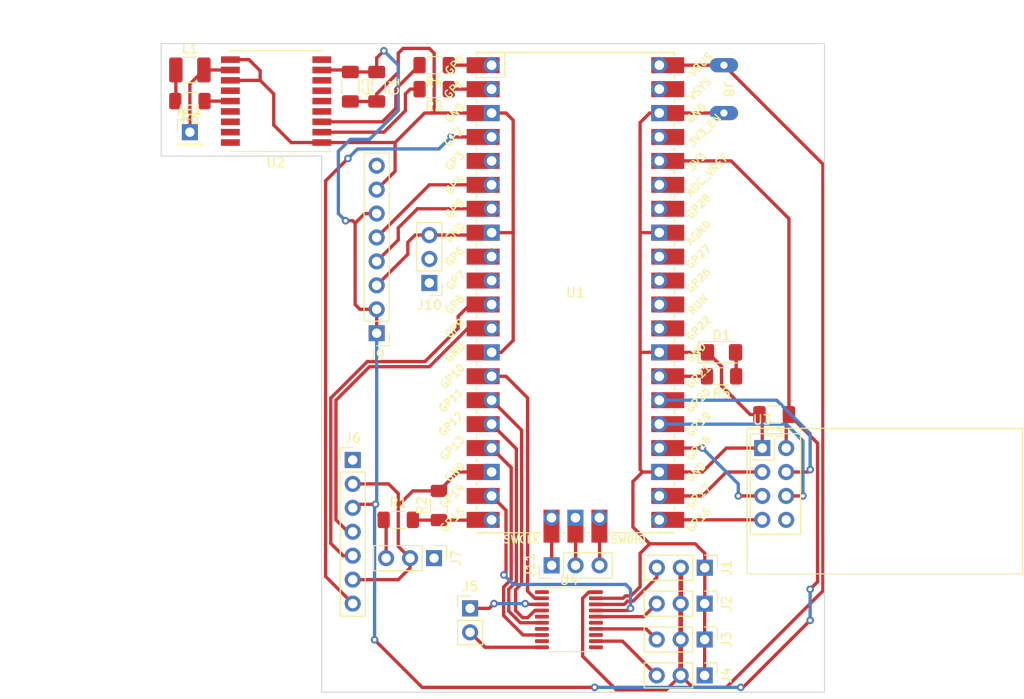
<source format=kicad_pcb>
(kicad_pcb (version 20211014) (generator pcbnew)
  (layers (0 "F.Cu" signal) (31 "B.Cu" signal) (34 "B.Paste" user) (35 "F.Paste" user) (36 "B.SilkS" user "B.Silkscreen") (37 "F.SilkS" user "F.Silkscreen") (38 "B.Mask" user) (39 "F.Mask" user) (44 "Edge.Cuts" user))
  (net 0 "")
  (net 1 "Net-(AE1-Pad1)")
  (net 2 "+3.3V")
  (net 3 "GND")
  (net 4 "+5V")
  (net 5 "/SERVO1")
  (net 6 "/SERVO2")
  (net 7 "/SERVO3")
  (net 8 "/SERVO4")
  (net 9 "/ESC")
  (net 10 "/GSM_TX")
  (net 11 "/GSM_RX")
  (net 12 "/GPS_RST")
  (net 13 "Net-(J7-Pad3)")
  (net 14 "/IMU_I2C_SCL")
  (net 15 "/IMU_I2C_SDA")
  (net 17 "/MPPT_I2C_SCL")
  (net 18 "/MPPT_I2C_SDA")
  (net 19 "Net-(J11-Pad1)")
  (net 20 "Net-(J11-Pad2)")
  (net 21 "Net-(J11-Pad3)")
  (net 22 "/IBUS")
  (net 23 "/GPS_TX")
  (net 24 "Net-(R3-Pad2)")
  (net 25 "/GPS_RX")
  (net 26 "Net-(R4-Pad2)")
  (net 28 "/PWM_SERVO1")
  (net 29 "/PWM_SERVO2")
  (net 30 "/PWM_SERVO3")
  (net 31 "/PWM_SERVO4")
  (net 32 "/PWM_ESC")
  (net 33 "/MISO")
  (net 34 "/CE")
  (net 35 "/SCK")
  (net 36 "/MOSI")
  (net 37 "/CSN")
  (net 52 "Net-(U2-Pad14)")
  (net 64 "Net-(D1-Pad2)")
  (net 65 "/LED")
  (net 66 "Net-(L1-Pad1)")
  (footprint "Connector_PinHeader_2.54mm:PinHeader_1x02_P2.54mm_Vertical" (layer "F.Cu") (at 128.27 134.488)
    (fp_text reference "J5")
    (fp_text value "ESC")
  )
  (footprint "Resistor_SMD:R_1206_3216Metric_Pad1.30x1.75mm_HandSolder" (layer "F.Cu") (at 154.94 109.855 180)
    (fp_text reference "R5")
    (fp_text value "10k")
  )
  (footprint "Connector_PinHeader_2.54mm:PinHeader_1x07_P2.54mm_Vertical" (layer "F.Cu") (at 115.824 118.74)
    (fp_text reference "J6")
    (fp_text value "GSM_MODULE")
  )
  (footprint "RF_GPS:SIM28ML" (layer "F.Cu") (at 107.696 80.645 180)
    (fp_text reference "U2")
    (fp_text value "SIM28ML")
  )
  (footprint "Resistor_SMD:R_1206_3216Metric_Pad1.30x1.75mm_HandSolder" (layer "F.Cu") (at 124.46 79.375 180)
    (fp_text reference "R3")
    (fp_text value "100")
  )
  (footprint "Resistor_SMD:R_1206_3216Metric_Pad1.30x1.75mm_HandSolder" (layer "F.Cu") (at 120.65 125.095)
    (fp_text reference "R1")
    (fp_text value "33k")
  )
  (footprint "Connector_PinHeader_2.54mm:PinHeader_1x01_P2.54mm_Vertical" (layer "F.Cu") (at 98.552 83.947)
    (fp_text reference "AE1")
    (fp_text value "Antenna")
  )
  (footprint "Connector_PinHeader_2.54mm:PinHeader_1x03_P2.54mm_Vertical" (layer "F.Cu") (at 124.445 129.159 -90)
    (fp_text reference "J7")
    (fp_text value "IBUS")
  )
  (footprint "Connector_PinHeader_2.54mm:PinHeader_1x03_P2.54mm_Vertical" (layer "F.Cu") (at 153.147 133.985 -90)
    (fp_text reference "J2")
    (fp_text value "SERVO")
  )
  (footprint "Package_SO:HTSSOP-20-1EP_4.4x6.5mm_P0.65mm_EP2.85x4mm" (layer "F.Cu") (at 138.7525 135.692)
    (fp_text reference "U4")
    (fp_text value "74HC244")
  )
  (footprint "Resistor_SMD:R_1206_3216Metric_Pad1.30x1.75mm_HandSolder" (layer "F.Cu") (at 98.552 80.645 180)
    (fp_text reference "R6")
    (fp_text value "10")
  )
  (footprint "Connector_PinHeader_2.54mm:PinHeader_1x03_P2.54mm_Vertical" (layer "F.Cu") (at 123.952 99.949 180)
    (fp_text reference "J10")
    (fp_text value "Conn_01x03_Female")
  )
  (footprint "LED_SMD:LED_1206_3216Metric_Pad1.42x1.75mm_HandSolder" (layer "F.Cu") (at 154.94 107.315)
    (fp_text reference "D1")
    (fp_text value "LED")
  )
  (footprint "Connector_PinHeader_2.54mm:PinHeader_1x03_P2.54mm_Vertical" (layer "F.Cu") (at 153.147 137.795 -90)
    (fp_text reference "J3")
    (fp_text value "SERVO")
  )
  (footprint "Capacitor_SMD:C_1206_3216Metric_Pad1.33x1.80mm_HandSolder" (layer "F.Cu") (at 115.57 79.121 -90)
    (fp_text reference "C2")
    (fp_text value "4.7u")
  )
  (footprint "Connector_PinHeader_2.54mm:PinHeader_1x03_P2.54mm_Vertical" (layer "F.Cu") (at 153.162 130.175 -90)
    (fp_text reference "J1")
    (fp_text value "SERVO")
  )
  (footprint "RF_Module:nRF24L01_Breakout" (layer "F.Cu") (at 159.258 117.475)
    (fp_text reference "U3")
    (fp_text value "NRF24L01_Breakout")
  )
  (footprint "moje:ARK" (layer "F.Cu") (at 155.194 79.375 -90)
    (fp_text reference "J8")
    (fp_text value "5V IN")
  )
  (footprint "MCU_RaspberryPi_and_Boards:RPi_Pico_SMD_TH" (layer "F.Cu") (at 139.446 100.965)
    (fp_text reference "U1")
    (fp_text value "Pico")
  )
  (footprint "Inductor_SMD:L_1210_3225Metric_Pad1.42x2.65mm_HandSolder" (layer "F.Cu") (at 98.552 77.343)
    (fp_text reference "L1")
    (fp_text value "27n")
  )
  (footprint "Connector_PinHeader_2.54mm:PinHeader_1x03_P2.54mm_Vertical" (layer "F.Cu") (at 136.921 129.921 90)
    (fp_text reference "J11")
    (fp_text value "Debug")
  )
  (footprint "Resistor_SMD:R_1206_3216Metric_Pad1.30x1.75mm_HandSolder" (layer "F.Cu") (at 124.968 123.571 90)
    (fp_text reference "R2")
    (fp_text value "68k")
  )
  (footprint "Capacitor_SMD:C_1206_3216Metric_Pad1.33x1.80mm_HandSolder" (layer "F.Cu") (at 160.528 113.919 180)
    (fp_text reference "C3")
    (fp_text value "100n")
  )
  (footprint "Connector_PinHeader_2.54mm:PinHeader_1x08_P2.54mm_Vertical" (layer "F.Cu") (at 118.364 105.283 180)
    (fp_text reference "J9")
    (fp_text value "IMU")
  )
  (footprint "Capacitor_SMD:C_1206_3216Metric_Pad1.33x1.80mm_HandSolder" (layer "F.Cu") (at 118.364 79.121 -90)
    (fp_text reference "C1")
    (fp_text value "100n")
  )
  (footprint "Resistor_SMD:R_1206_3216Metric_Pad1.30x1.75mm_HandSolder" (layer "F.Cu") (at 124.46 76.835 180)
    (fp_text reference "R4")
    (fp_text value "100")
  )
  (footprint "Connector_PinHeader_2.54mm:PinHeader_1x03_P2.54mm_Vertical" (layer "F.Cu") (at 153.147 141.605 -90)
    (fp_text reference "J4")
    (fp_text value "SERVO")
  )
  (gr_poly (pts (xy 165.862 143.383) (xy 112.522 143.383) (xy 112.522 86.487) (xy 95.504 86.487) (xy 95.504 74.549) (xy 165.862 74.549)) (layer "Edge.Cuts") (width 0.1) (fill none))
  (segment (start 98.552 83.947) (end 98.552 78.8305) (width 0.35) (layer "F.Cu") (net 1))
  (segment (start 100.0415 77.345) (end 100.0395 77.343) (width 0.35) (layer "F.Cu") (net 1))
  (segment (start 98.552 78.8305) (end 100.0395 77.343) (width 0.35) (layer "F.Cu") (net 1))
  (segment (start 102.846 77.345) (end 100.0415 77.345) (width 0.35) (layer "F.Cu") (net 1))
  (segment (start 118.364 105.283) (end 118.364 102.743) (width 0.35) (layer "F.Cu") (net 2))
  (segment (start 116.586 102.743) (end 116.078 102.235) (width 0.35) (layer "F.Cu") (net 2))
  (segment (start 162.0905 113.919) (end 165.1255 116.954) (width 0.35) (layer "F.Cu") (net 2))
  (segment (start 118.364 77.5585) (end 115.57 77.5585) (width 0.35) (layer "F.Cu") (net 2))
  (segment (start 162.0905 113.157) (end 161.752 113.4955) (width 0.35) (layer "F.Cu") (net 2))
  (segment (start 157.226 142.875) (end 156.972 142.875) (width 0.35) (layer "F.Cu") (net 2))
  (segment (start 115.824 93.345) (end 116.078 93.599) (width 0.35) (layer "F.Cu") (net 2))
  (segment (start 123.19 142.875) (end 118.14 137.825) (width 0.35) (layer "F.Cu") (net 2))
  (segment (start 118.237 123.444) (end 116.2 123.444) (width 0.35) (layer "F.Cu") (net 2))
  (segment (start 116.078 93.599) (end 117.094 92.583) (width 0.35) (layer "F.Cu") (net 2))
  (segment (start 164.338 135.763) (end 157.226 142.875) (width 0.35) (layer "F.Cu") (net 2))
  (segment (start 161.798 114.2115) (end 162.0905 113.919) (width 0.35) (layer "F.Cu") (net 2))
  (segment (start 165.1255 116.954) (end 165.1255 131.6735) (width 0.35) (layer "F.Cu") (net 2))
  (segment (start 165.1255 131.6735) (end 164.338 132.461) (width 0.35) (layer "F.Cu") (net 2))
  (segment (start 155.956 86.995) (end 148.336 86.995) (width 0.35) (layer "F.Cu") (net 2))
  (segment (start 118.364 77.5585) (end 118.364 76.073) (width 0.35) (layer "F.Cu") (net 2))
  (segment (start 115.3565 77.345) (end 115.57 77.5585) (width 0.35) (layer "F.Cu") (net 2))
  (segment (start 117.094 92.583) (end 118.364 92.583) (width 0.35) (layer "F.Cu") (net 2))
  (segment (start 116.2 123.444) (end 115.824 123.82) (width 0.35) (layer "F.Cu") (net 2))
  (segment (start 162.0905 113.919) (end 162.0905 93.1295) (width 0.35) (layer "F.Cu") (net 2))
  (segment (start 118.364 76.073) (end 119.126 75.311) (width 0.35) (layer "F.Cu") (net 2))
  (segment (start 162.0905 93.1295) (end 155.956 86.995) (width 0.35) (layer "F.Cu") (net 2))
  (segment (start 118.364 102.743) (end 116.586 102.743) (width 0.35) (layer "F.Cu") (net 2))
  (segment (start 141.478 142.875) (end 123.19 142.875) (width 0.35) (layer "F.Cu") (net 2))
  (segment (start 115.062 93.345) (end 115.824 93.345) (width 0.35) (layer "F.Cu") (net 2))
  (segment (start 112.546 77.345) (end 115.3565 77.345) (width 0.35) (layer "F.Cu") (net 2))
  (segment (start 161.798 117.475) (end 161.798 114.2115) (width 0.35) (layer "F.Cu") (net 2))
  (segment (start 116.078 102.235) (end 116.078 93.599) (width 0.35) (layer "F.Cu") (net 2))
  (via (at 164.338 132.461) (size 0.8) (drill 0.4) (layers "F.Cu" "B.Cu") (net 2))
  (via (at 118.14 137.825) (size 0.8) (drill 0.4) (layers "F.Cu" "B.Cu") (net 2))
  (via (at 118.237 123.444) (size 0.8) (drill 0.4) (layers "F.Cu" "B.Cu") (net 2))
  (via (at 164.338 135.763) (size 0.8) (drill 0.4) (layers "F.Cu" "B.Cu") (net 2))
  (via (at 141.478 142.875) (size 0.8) (drill 0.4) (layers "F.Cu" "B.Cu") (net 2))
  (via (at 119.126 75.311) (size 0.8) (drill 0.4) (layers "F.Cu" "B.Cu") (net 2))
  (via (at 156.972 142.875) (size 0.8) (drill 0.4) (layers "F.Cu" "B.Cu") (net 2))
  (via (at 115.062 93.345) (size 0.8) (drill 0.4) (layers "F.Cu" "B.Cu") (net 2))
  (segment (start 120.65 76.835) (end 120.65 81.661) (width 0.35) (layer "B.Cu") (net 2))
  (segment (start 118.364 123.317) (end 118.364 105.283) (width 0.35) (layer "B.Cu") (net 2))
  (segment (start 115.57 84.709) (end 114.3 85.979) (width 0.35) (layer "B.Cu") (net 2))
  (segment (start 156.972 142.875) (end 141.478 142.875) (width 0.35) (layer "B.Cu") (net 2))
  (segment (start 120.65 81.661) (end 117.602 84.709) (width 0.35) (layer "B.Cu") (net 2))
  (segment (start 114.3 92.583) (end 115.062 93.345) (width 0.35) (layer "B.Cu") (net 2))
  (segment (start 117.602 84.709) (end 115.57 84.709) (width 0.35) (layer "B.Cu") (net 2))
  (segment (start 164.338 132.461) (end 164.338 135.763) (width 0.35) (layer "B.Cu") (net 2))
  (segment (start 114.3 85.979) (end 114.3 92.583) (width 0.35) (layer "B.Cu") (net 2))
  (segment (start 118.237 123.444) (end 118.364 123.317) (width 0.35) (layer "B.Cu") (net 2))
  (segment (start 118.14 123.541) (end 118.237 123.444) (width 0.35) (layer "B.Cu") (net 2))
  (segment (start 118.14 137.825) (end 118.14 123.541) (width 0.35) (layer "B.Cu") (net 2))
  (segment (start 119.126 75.311) (end 120.65 76.835) (width 0.35) (layer "B.Cu") (net 2))
  (segment (start 146.304 82.931) (end 147.32 81.915) (width 0.35) (layer "F.Cu") (net 3))
  (segment (start 148.336 107.315) (end 153.4525 107.315) (width 0.35) (layer "F.Cu") (net 3))
  (segment (start 107.442 83.185) (end 109.302 85.045) (width 0.35) (layer "F.Cu") (net 3))
  (segment (start 118.364 80.6835) (end 118.364 79.883) (width 0.35) (layer "F.Cu") (net 3))
  (segment (start 144.739166 133.168) (end 145.327182 133.168) (width 0.35) (layer "F.Cu") (net 3))
  (segment (start 153.147 141.605) (end 153.147 137.795) (width 0.35) (layer "F.Cu") (net 3))
  (segment (start 120.65 123.571) (end 122.2 122.021) (width 0.35) (layer "F.Cu") (net 3))
  (segment (start 159.258 114.2115) (end 158.9655 113.919) (width 0.35) (layer "F.Cu") (net 3))
  (segment (start 155.194 81.915) (end 148.336 81.915) (width 0.35) (layer "F.Cu") (net 3))
  (segment (start 118.364 90.043) (end 120.314 88.093) (width 0.35) (layer "F.Cu") (net 3))
  (segment (start 123.952 94.869) (end 130.302 94.869) (width 0.35) (layer "F.Cu") (net 3))
  (segment (start 121.905 130.19) (end 121.905 129.159) (width 0.35) (layer "F.Cu") (net 3))
  (segment (start 102.846 78.445) (end 106.004 78.445) (width 0.35) (layer "F.Cu") (net 3))
  (segment (start 131.572 107.315) (end 130.556 107.315) (width 0.35) (layer "F.Cu") (net 3))
  (segment (start 126.974 120.015) (end 130.556 120.015) (width 0.35) (layer "F.Cu") (net 3))
  (segment (start 124.968 122.021) (end 124.942 122.047) (width 0.35) (layer "F.Cu") (net 3))
  (segment (start 115.824 131.44) (end 120.655 131.44) (width 0.35) (layer "F.Cu") (net 3))
  (segment (start 132.842 82.677) (end 132.842 94.615) (width 0.35) (layer "F.Cu") (net 3))
  (segment (start 106.004 77.429) (end 106.004 78.445) (width 0.35) (layer "F.Cu") (net 3))
  (segment (start 153.162 130.175) (end 153.162 128.651) (width 0.35) (layer "F.Cu") (net 3))
  (segment (start 158.9655 113.919) (end 157.988 113.919) (width 0.35) (layer "F.Cu") (net 3))
  (segment (start 141.615 133.417) (end 144.490166 133.417) (width 0.35) (layer "F.Cu") (net 3))
  (segment (start 106.004 78.445) (end 107.442 79.883) (width 0.35) (layer "F.Cu") (net 3))
  (segment (start 121.666 96.901) (end 121.666 95.631) (width 0.35) (layer "F.Cu") (net 3))
  (segment (start 124.206 81.915) (end 123.444 81.915) (width 0.35) (layer "F.Cu") (net 3))
  (segment (start 102.846 76.245) (end 104.82 76.245) (width 0.35) (layer "F.Cu") (net 3))
  (segment (start 153.162 130.175) (end 153.162 133.97) (width 0.35) (layer "F.Cu") (net 3))
  (segment (start 120.314 85.045) (end 112.546 85.045) (width 0.35) (layer "F.Cu") (net 3))
  (segment (start 120.65 122.301) (end 120.65 123.571) (width 0.35) (layer "F.Cu") (net 3))
  (segment (start 121.158 75.057) (end 123.952 75.057) (width 0.35) (layer "F.Cu") (net 3))
  (segment (start 146.304 119.761) (end 146.558 120.015) (width 0.35) (layer "F.Cu") (net 3))
  (segment (start 130.302 94.869) (end 130.556 94.615) (width 0.35) (layer "F.Cu") (net 3))
  (segment (start 120.65 127.904) (end 120.65 123.571) (width 0.35) (layer "F.Cu") (net 3))
  (segment (start 130.556 81.915) (end 124.206 81.915) (width 0.35) (layer "F.Cu") (net 3))
  (segment (start 132.842 94.615) (end 130.556 94.615) (width 0.35) (layer "F.Cu") (net 3))
  (segment (start 147.32 127.635) (end 145.542 125.857) (width 0.35) (layer "F.Cu") (net 3))
  (segment (start 109.302 85.045) (end 112.546 85.045) (width 0.35) (layer "F.Cu") (net 3))
  (segment (start 159.258 117.475) (end 159.258 114.2115) (width 0.35) (layer "F.Cu") (net 3))
  (segment (start 120.65 75.565) (end 121.158 75.057) (width 0.35) (layer "F.Cu") (net 3))
  (segment (start 130.556 81.915) (end 132.08 81.915) (width 0.35) (layer "F.Cu") (net 3))
  (segment (start 146.304 94.615) (end 146.304 106.299) (width 0.35) (layer "F.Cu") (net 3))
  (segment (start 153.147 133.985) (end 153.147 137.795) (width 0.35) (layer "F.Cu") (net 3))
  (segment (start 147.32 81.915) (end 148.336 81.915) (width 0.35) (layer "F.Cu") (net 3))
  (segment (start 121.666 95.631) (end 122.428 94.869) (width 0.35) (layer "F.Cu") (net 3))
  (segment (start 135.89 138.617) (end 129.859 138.617) (width 0.35) (layer "F.Cu") (net 3))
  (segment (start 124.968 122.021) (end 126.974 120.015) (width 0.35) (layer "F.Cu") (net 3))
  (segment (start 115.824 121.28) (end 119.629 121.28) (width 0.35) (layer "F.Cu") (net 3))
  (segment (start 118.364 79.883) (end 120.65 77.597) (width 0.35) (layer "F.Cu") (net 3))
  (segment (start 135.89 132.767) (end 135.942 132.715) (width 0.35) (layer "F.Cu") (net 3))
  (segment (start 144.490166 133.417) (end 144.739166 133.168) (width 0.35) (layer "F.Cu") (net 3))
  (segment (start 155.448 117.475) (end 159.258 117.475) (width 0.35) (layer "F.Cu") (net 3))
  (segment (start 121.905 129.159) (end 120.65 127.904) (width 0.35) (layer "F.Cu") (net 3))
  (segment (start 132.842 106.045) (end 131.572 107.315) (width 0.35) (layer "F.Cu") (net 3))
  (segment (start 124.46 75.565) (end 124.46 81.661) (width 0.35) (layer "F.Cu") (net 3))
  (segment (start 158.9655 113.157) (end 159.212 113.4035) (width 0.35) (layer "F.Cu") (net 3))
  (segment (start 157.988 113.919) (end 154.94 110.871) (width 0.35) (layer "F.Cu") (net 3))
  (segment (start 120.314 88.093) (end 120.314 85.045) (width 0.35) (layer "F.Cu") (net 3))
  (segment (start 154.94 108.8025) (end 153.4525 107.315) (width 0.35) (layer "F.Cu") (net 3))
  (segment (start 132.08 81.915) (end 132.842 82.677) (width 0.35) (layer "F.Cu") (net 3))
  (segment (start 146.304 106.299) (end 146.304 107.315) (width 0.35) (layer "F.Cu") (net 3))
  (segment (start 145.542 121.031) (end 146.558 120.015) (width 0.35) (layer "F.Cu") (net 3))
  (segment (start 122.428 94.869) (end 123.952 94.869) (width 0.35) (layer "F.Cu") (net 3))
  (segment (start 146.304 132.191182) (end 146.304 128.651) (width 0.35) (layer "F.Cu") (net 3))
  (segment (start 148.336 120.015) (end 152.908 120.015) (width 0.35) (layer "F.Cu") (net 3))
  (segment (start 152.908 120.015) (end 155.448 117.475) (width 0.35) (layer "F.Cu") (net 3))
  (segment (start 119.629 121.28) (end 120.65 122.301) (width 0.35) (layer "F.Cu") (net 3))
  (segment (start 146.304 94.615) (end 146.304 82.931) (width 0.35) (layer "F.Cu") (net 3))
  (segment (start 153.162 133.97) (end 153.147 133.985) (width 0.35) (layer "F.Cu") (net 3))
  (segment (start 145.327182 133.168) (end 146.304 132.191182) (width 0.35) (layer "F.Cu") (net 3))
  (segment (start 145.542 125.857) (end 145.542 121.031) (width 0.35) (layer "F.Cu") (net 3))
  (segment (start 129.859 138.617) (end 128.27 137.028) (width 0.35) (layer "F.Cu") (net 3))
  (segment (start 152.146 127.635) (end 147.32 127.635) (width 0.35) (layer "F.Cu") (net 3))
  (segment (start 107.442 79.883) (end 107.442 83.185) (width 0.35) (layer "F.Cu") (net 3))
  (segment (start 123.952 75.057) (end 124.46 75.565) (width 0.35) (layer "F.Cu") (net 3))
  (segment (start 148.336 94.615) (end 146.304 94.615) (width 0.35) (layer "F.Cu") (net 3))
  (segment (start 146.304 107.315) (end 146.304 119.761) (width 0.35) (layer "F.Cu") (net 3))
  (segment (start 120.655 131.44) (end 121.905 130.19) (width 0.35) (layer "F.Cu") (net 3))
  (segment (start 146.304 128.651) (end 147.32 127.635) (width 0.35) (layer "F.Cu") (net 3))
  (segment (start 153.162 128.651) (end 152.146 127.635) (width 0.35) (layer "F.Cu") (net 3))
  (segment (start 120.65 77.597) (end 120.65 75.565) (width 0.35) (layer "F.Cu") (net 3))
  (segment (start 148.336 107.315) (end 146.304 107.315) (width 0.35) (layer "F.Cu") (net 3))
  (segment (start 154.94 110.871) (end 154.94 108.8025) (width 0.35) (layer "F.Cu") (net 3))
  (segment (start 104.82 76.245) (end 106.004 77.429) (width 0.35) (layer "F.Cu") (net 3))
  (segment (start 118.364 100.203) (end 121.666 96.901) (width 0.35) (layer "F.Cu") (net 3))
  (segment (start 122.2 122.021) (end 124.968 122.021) (width 0.35) (layer "F.Cu") (net 3))
  (segment (start 115.57 80.6835) (end 118.364 80.6835) (width 0.35) (layer "F.Cu") (net 3))
  (segment (start 123.444 81.915) (end 120.314 85.045) (width 0.35) (layer "F.Cu") (net 3))
  (segment (start 132.842 94.615) (end 132.842 106.045) (width 0.35) (layer "F.Cu") (net 3))
  (segment (start 146.558 120.015) (end 148.336 120.015) (width 0.35) (layer "F.Cu") (net 3))
  (segment (start 124.46 81.661) (end 124.206 81.915) (width 0.35) (layer "F.Cu") (net 3))
  (segment (start 155.448 142.875) (end 151.877 142.875) (width 0.35) (layer "F.Cu") (net 4))
  (segment (start 140.855749 132.767) (end 140.208 133.414749) (width 0.35) (layer "F.Cu") (net 4))
  (segment (start 141.615 132.767) (end 140.855749 132.767) (width 0.35) (layer "F.Cu") (net 4))
  (segment (start 140.208 133.414749) (end 140.208 139.573) (width 0.35) (layer "F.Cu") (net 4))
  (segment (start 150.607 133.985) (end 150.607 137.795) (width 0.5) (layer "F.Cu") (net 4))
  (segment (start 165.687 87.328) (end 165.687 132.636) (width 0.35) (layer "F.Cu") (net 4))
  (segment (start 140.208 139.573) (end 143.764 143.129) (width 0.35) (layer "F.Cu") (net 4))
  (segment (start 143.764 143.129) (end 149.083 143.129) (width 0.35) (layer "F.Cu") (net 4))
  (segment (start 150.607 137.795) (end 150.607 141.605) (width 0.5) (layer "F.Cu") (net 4))
  (segment (start 149.083 143.129) (end 150.607 141.605) (width 0.35) (layer "F.Cu") (net 4))
  (segment (start 148.336 76.835) (end 155.194 76.835) (width 0.35) (layer "F.Cu") (net 4))
  (segment (start 150.622 133.97) (end 150.607 133.985) (width 0.5) (layer "F.Cu") (net 4))
  (segment (start 150.622 130.175) (end 150.622 133.97) (width 0.5) (layer "F.Cu") (net 4))
  (segment (start 151.877 142.875) (end 150.607 141.605) (width 0.35) (layer "F.Cu") (net 4))
  (segment (start 155.194 76.835) (end 165.687 87.328) (width 0.35) (layer "F.Cu") (net 4))
  (segment (start 165.687 132.636) (end 155.448 142.875) (width 0.35) (layer "F.Cu") (net 4))
  (segment (start 148.082 131.191) (end 145.555 133.718) (width 0.35) (layer "F.Cu") (net 5))
  (segment (start 144.966984 133.718) (end 144.617984 134.067) (width 0.35) (layer "F.Cu") (net 5))
  (segment (start 148.082 130.175) (end 148.082 131.191) (width 0.35) (layer "F.Cu") (net 5))
  (segment (start 145.555 133.718) (end 144.966984 133.718) (width 0.35) (layer "F.Cu") (net 5))
  (segment (start 144.617984 134.067) (end 141.615 134.067) (width 0.35) (layer "F.Cu") (net 5))
  (segment (start 148.067 133.985) (end 146.685 135.367) (width 0.35) (layer "F.Cu") (net 6))
  (segment (start 146.685 135.367) (end 141.615 135.367) (width 0.35) (layer "F.Cu") (net 6))
  (segment (start 146.939 136.667) (end 141.615 136.667) (width 0.35) (layer "F.Cu") (net 7))
  (segment (start 148.067 137.795) (end 146.939 136.667) (width 0.35) (layer "F.Cu") (net 7))
  (segment (start 148.067 141.605) (end 144.429 137.967) (width 0.35) (layer "F.Cu") (net 8))
  (segment (start 144.429 137.967) (end 141.615 137.967) (width 0.35) (layer "F.Cu") (net 8))
  (segment (start 135.89 134.067) (end 134.194 134.067) (width 0.35) (layer "F.Cu") (net 9))
  (segment (start 128.27 134.488) (end 130.307 134.488) (width 0.35) (layer "F.Cu") (net 9))
  (segment (start 130.307 134.488) (end 130.81 133.985) (width 0.35) (layer "F.Cu") (net 9))
  (segment (start 135.89 134.067) (end 134.956 134.067) (width 0.35) (layer "F.Cu") (net 9))
  (segment (start 134.194 134.067) (end 134.112 133.985) (width 0.35) (layer "F.Cu") (net 9))
  (via (at 130.81 133.985) (size 0.8) (drill 0.4) (layers "F.Cu" "B.Cu") (net 9))
  (via (at 134.112 133.985) (size 0.8) (drill 0.4) (layers "F.Cu" "B.Cu") (net 9))
  (segment (start 134.112 133.985) (end 130.81 133.985) (width 0.35) (layer "B.Cu") (net 9))
  (segment (start 117.602 108.839) (end 123.952 108.839) (width 0.35) (layer "F.Cu") (net 10))
  (segment (start 115.824 126.36) (end 115.311 126.36) (width 0.35) (layer "F.Cu") (net 10))
  (segment (start 115.311 126.36) (end 114.046 125.095) (width 0.35) (layer "F.Cu") (net 10))
  (segment (start 114.046 125.095) (end 114.046 112.395) (width 0.35) (layer "F.Cu") (net 10))
  (segment (start 123.952 108.839) (end 128.016 104.775) (width 0.35) (layer "F.Cu") (net 10))
  (segment (start 128.016 104.775) (end 130.556 104.775) (width 0.35) (layer "F.Cu") (net 10))
  (segment (start 114.046 112.395) (end 117.602 108.839) (width 0.35) (layer "F.Cu") (net 10))
  (segment (start 127 103.505) (end 128.27 102.235) (width 0.35) (layer "F.Cu") (net 11))
  (segment (start 114.803 128.9) (end 113.496 127.593) (width 0.35) (layer "F.Cu") (net 11))
  (segment (start 127 104.775) (end 127 103.505) (width 0.35) (layer "F.Cu") (net 11))
  (segment (start 128.27 102.235) (end 130.556 102.235) (width 0.35) (layer "F.Cu") (net 11))
  (segment (start 117.374182 108.289) (end 123.486 108.289) (width 0.35) (layer "F.Cu") (net 11))
  (segment (start 113.496 112.167182) (end 117.374182 108.289) (width 0.35) (layer "F.Cu") (net 11))
  (segment (start 113.496 127.593) (end 113.496 112.167182) (width 0.35) (layer "F.Cu") (net 11))
  (segment (start 115.824 128.9) (end 114.803 128.9) (width 0.35) (layer "F.Cu") (net 11))
  (segment (start 123.486 108.289) (end 127 104.775) (width 0.35) (layer "F.Cu") (net 11))
  (segment (start 126.238 84.455) (end 130.556 84.455) (width 0.35) (layer "F.Cu") (net 12))
  (segment (start 115.824 133.98) (end 112.946 131.102) (width 0.35) (layer "F.Cu") (net 12))
  (segment (start 112.946 131.102) (end 112.946 89.111) (width 0.35) (layer "F.Cu") (net 12))
  (segment (start 112.946 89.111) (end 115.316 86.741) (width 0.35) (layer "F.Cu") (net 12))
  (via (at 115.316 86.741) (size 0.8) (drill 0.4) (layers "F.Cu" "B.Cu") (net 12))
  (via (at 126.238 84.455) (size 0.8) (drill 0.4) (layers "F.Cu" "B.Cu") (net 12))
  (segment (start 115.316 86.741) (end 116.332 85.725) (width 0.35) (layer "B.Cu") (net 12))
  (segment (start 124.968 85.725) (end 126.238 84.455) (width 0.35) (layer "B.Cu") (net 12))
  (segment (start 116.332 85.725) (end 116.586 85.725) (width 0.35) (layer "B.Cu") (net 12))
  (segment (start 116.586 85.725) (end 124.968 85.725) (width 0.35) (layer "B.Cu") (net 12))
  (segment (start 119.365 129.159) (end 119.365 125.36) (width 0.35) (layer "F.Cu") (net 13))
  (segment (start 119.365 125.36) (end 119.1 125.095) (width 0.35) (layer "F.Cu") (net 13))
  (segment (start 119.1 125.095) (end 118.592 124.587) (width 0.35) (layer "F.Cu") (net 13))
  (segment (start 120.65 95.377) (end 120.65 94.107) (width 0.35) (layer "F.Cu") (net 14))
  (segment (start 122.682 92.075) (end 130.556 92.075) (width 0.35) (layer "F.Cu") (net 14))
  (segment (start 118.364 97.663) (end 120.65 95.377) (width 0.35) (layer "F.Cu") (net 14))
  (segment (start 120.65 94.107) (end 122.682 92.075) (width 0.35) (layer "F.Cu") (net 14))
  (segment (start 118.364 95.123) (end 123.952 89.535) (width 0.35) (layer "F.Cu") (net 15))
  (segment (start 123.952 89.535) (end 130.556 89.535) (width 0.35) (layer "F.Cu") (net 15))
  (segment (start 136.921 129.921) (end 136.921 124.88) (width 0.35) (layer "F.Cu") (net 19))
  (segment (start 136.921 124.88) (end 136.906 124.865) (width 0.35) (layer "F.Cu") (net 19))
  (segment (start 139.461 129.921) (end 139.461 124.88) (width 0.35) (layer "F.Cu") (net 20))
  (segment (start 139.461 124.88) (end 139.446 124.865) (width 0.35) (layer "F.Cu") (net 20))
  (segment (start 142.001 124.88) (end 141.986 124.865) (width 0.35) (layer "F.Cu") (net 21))
  (segment (start 142.001 129.921) (end 142.001 124.88) (width 0.35) (layer "F.Cu") (net 21))
  (segment (start 130.53 125.121) (end 130.556 125.095) (width 0.35) (layer "F.Cu") (net 22))
  (segment (start 124.968 125.121) (end 122.226 125.121) (width 0.35) (layer "F.Cu") (net 22))
  (segment (start 122.226 125.121) (end 122.2 125.095) (width 0.35) (layer "F.Cu") (net 22))
  (segment (start 124.968 125.121) (end 130.53 125.121) (width 0.35) (layer "F.Cu") (net 22))
  (segment (start 126.01 79.375) (end 130.556 79.375) (width 0.35) (layer "F.Cu") (net 23))
  (segment (start 121.92 79.375) (end 122.91 79.375) (width 0.35) (layer "F.Cu") (net 24))
  (segment (start 121.412 79.883) (end 121.92 79.375) (width 0.35) (layer "F.Cu") (net 24))
  (segment (start 119.128 83.945) (end 121.412 81.661) (width 0.35) (layer "F.Cu") (net 24))
  (segment (start 112.546 83.945) (end 119.128 83.945) (width 0.35) (layer "F.Cu") (net 24))
  (segment (start 121.412 81.661) (end 121.412 79.883) (width 0.35) (layer "F.Cu") (net 24))
  (segment (start 126.01 76.835) (end 130.556 76.835) (width 0.35) (layer "F.Cu") (net 25))
  (segment (start 118.958 82.845) (end 112.546 82.845) (width 0.35) (layer "F.Cu") (net 26))
  (segment (start 120.396 79.349) (end 120.396 81.407) (width 0.35) (layer "F.Cu") (net 26))
  (segment (start 120.396 81.407) (end 118.958 82.845) (width 0.35) (layer "F.Cu") (net 26))
  (segment (start 122.91 76.835) (end 120.396 79.349) (width 0.35) (layer "F.Cu") (net 26))
  (segment (start 135.89 133.417) (end 135.130749 133.417) (width 0.35) (layer "F.Cu") (net 28))
  (segment (start 134.366 132.652251) (end 134.366 112.141) (width 0.35) (layer "F.Cu") (net 28))
  (segment (start 135.130749 133.417) (end 134.366 132.652251) (width 0.35) (layer "F.Cu") (net 28))
  (segment (start 132.08 109.855) (end 130.556 109.855) (width 0.35) (layer "F.Cu") (net 28))
  (segment (start 134.366 112.141) (end 132.08 109.855) (width 0.35) (layer "F.Cu") (net 28))
  (segment (start 133.831818 135.467) (end 133.096 134.731182) (width 0.35) (layer "F.Cu") (net 29))
  (segment (start 134.380749 135.467) (end 133.831818 135.467) (width 0.35) (layer "F.Cu") (net 29))
  (segment (start 135.89 134.717) (end 135.130749 134.717) (width 0.35) (layer "F.Cu") (net 29))
  (segment (start 135.130749 134.717) (end 134.380749 135.467) (width 0.35) (layer "F.Cu") (net 29))
  (segment (start 133.096 134.731182) (end 133.096 132.508453) (width 0.35) (layer "F.Cu") (net 29))
  (segment (start 133.096 132.508453) (end 133.73 131.874453) (width 0.35) (layer "F.Cu") (net 29))
  (segment (start 133.73 115.569) (end 130.556 112.395) (width 0.35) (layer "F.Cu") (net 29))
  (segment (start 133.73 131.874453) (end 133.73 115.569) (width 0.35) (layer "F.Cu") (net 29))
  (segment (start 130.556 114.935) (end 133.18 117.559) (width 0.35) (layer "F.Cu") (net 30))
  (segment (start 133.18 131.646635) (end 132.376 132.450635) (width 0.35) (layer "F.Cu") (net 30))
  (segment (start 132.376 132.450635) (end 132.376 134.789) (width 0.35) (layer "F.Cu") (net 30))
  (segment (start 133.18 117.559) (end 133.18 131.646635) (width 0.35) (layer "F.Cu") (net 30))
  (segment (start 132.376 134.789) (end 133.604 136.017) (width 0.35) (layer "F.Cu") (net 30))
  (segment (start 133.604 136.017) (end 135.89 136.017) (width 0.35) (layer "F.Cu") (net 30))
  (segment (start 133.888 137.317) (end 131.826 135.255) (width 0.35) (layer "F.Cu") (net 31))
  (segment (start 132.63 131.418817) (end 132.63 119.549) (width 0.35) (layer "F.Cu") (net 31))
  (segment (start 132.63 119.549) (end 130.556 117.475) (width 0.35) (layer "F.Cu") (net 31))
  (segment (start 131.826 132.222817) (end 132.63 131.418817) (width 0.35) (layer "F.Cu") (net 31))
  (segment (start 135.89 137.317) (end 133.888 137.317) (width 0.35) (layer "F.Cu") (net 31))
  (segment (start 131.826 135.255) (end 131.826 132.222817) (width 0.35) (layer "F.Cu") (net 31))
  (segment (start 131.8555 130.937) (end 132.08 130.7125) (width 0.35) (layer "F.Cu") (net 32))
  (segment (start 132.08 130.7125) (end 132.08 124.079) (width 0.35) (layer "F.Cu") (net 32))
  (segment (start 132.08 124.079) (end 130.556 122.555) (width 0.35) (layer "F.Cu") (net 32))
  (segment (start 141.615 134.717) (end 145.064 134.717) (width 0.35) (layer "F.Cu") (net 32))
  (segment (start 145.064 134.717) (end 145.288 134.493) (width 0.35) (layer "F.Cu") (net 32))
  (via (at 145.288 134.493) (size 0.8) (drill 0.4) (layers "F.Cu" "B.Cu") (net 32))
  (via (at 131.8555 130.937) (size 0.8) (drill 0.4) (layers "F.Cu" "B.Cu") (net 32))
  (segment (start 144.78 131.953) (end 145.288 132.461) (width 0.35) (layer "B.Cu") (net 32))
  (segment (start 132.8715 131.953) (end 144.78 131.953) (width 0.35) (layer "B.Cu") (net 32))
  (segment (start 131.8555 130.937) (end 132.8715 131.953) (width 0.35) (layer "B.Cu") (net 32))
  (segment (start 145.288 132.461) (end 145.288 134.493) (width 0.35) (layer "B.Cu") (net 32))
  (segment (start 148.336 125.095) (end 159.258 125.095) (width 0.35) (layer "F.Cu") (net 33))
  (segment (start 155.448 120.015) (end 159.258 120.015) (width 0.35) (layer "F.Cu") (net 34))
  (segment (start 148.336 122.555) (end 152.908 122.555) (width 0.35) (layer "F.Cu") (net 34))
  (segment (start 152.908 122.555) (end 155.448 120.015) (width 0.35) (layer "F.Cu") (net 34))
  (segment (start 148.336 117.475) (end 152.908 117.475) (width 0.35) (layer "F.Cu") (net 35))
  (segment (start 159.258 122.555) (end 156.718 122.555) (width 0.35) (layer "F.Cu") (net 35))
  (via (at 152.908 117.475) (size 0.8) (drill 0.4) (layers "F.Cu" "B.Cu") (net 35))
  (via (at 156.718 122.555) (size 0.8) (drill 0.4) (layers "F.Cu" "B.Cu") (net 35))
  (segment (start 152.908 117.475) (end 156.718 121.285) (width 0.35) (layer "B.Cu") (net 35))
  (segment (start 156.718 121.285) (end 156.718 122.555) (width 0.35) (layer "B.Cu") (net 35))
  (segment (start 161.798 122.555) (end 163.576 122.555) (width 0.35) (layer "F.Cu") (net 36))
  (via (at 163.576 122.555) (size 0.8) (drill 0.4) (layers "F.Cu" "B.Cu") (net 36))
  (segment (start 163.576 122.555) (end 163.576 116.713) (width 0.35) (layer "B.Cu") (net 36))
  (segment (start 161.798 114.935) (end 148.336 114.935) (width 0.35) (layer "B.Cu") (net 36))
  (segment (start 163.576 116.713) (end 161.798 114.935) (width 0.35) (layer "B.Cu") (net 36))
  (segment (start 164.0965 120.015) (end 164.3505 119.761) (width 0.35) (layer "F.Cu") (net 37))
  (segment (start 161.798 120.015) (end 164.0965 120.015) (width 0.35) (layer "F.Cu") (net 37))
  (via (at 164.3505 119.761) (size 0.8) (drill 0.4) (layers "F.Cu" "B.Cu") (net 37))
  (segment (start 164.3505 119.761) (end 164.338 119.7485) (width 0.35) (layer "B.Cu") (net 37))
  (segment (start 160.782 112.395) (end 148.336 112.395) (width 0.35) (layer "B.Cu") (net 37))
  (segment (start 164.338 115.951) (end 160.782 112.395) (width 0.35) (layer "B.Cu") (net 37))
  (segment (start 164.338 119.7485) (end 164.338 115.951) (width 0.35) (layer "B.Cu") (net 37))
  (segment (start 100.102 80.645) (end 102.846 80.645) (width 0.35) (layer "F.Cu") (net 52))
  (segment (start 156.49 107.3775) (end 156.4275 107.315) (width 0.35) (layer "F.Cu") (net 64))
  (segment (start 156.49 109.855) (end 156.49 107.3775) (width 0.35) (layer "F.Cu") (net 64))
  (segment (start 153.39 109.855) (end 148.336 109.855) (width 0.35) (layer "F.Cu") (net 65))
  (segment (start 97.0645 80.5825) (end 97.002 80.645) (width 0.35) (layer "F.Cu") (net 66))
  (segment (start 97.0645 77.343) (end 97.0645 80.5825) (width 0.35) (layer "F.Cu") (net 66))
)
</source>
